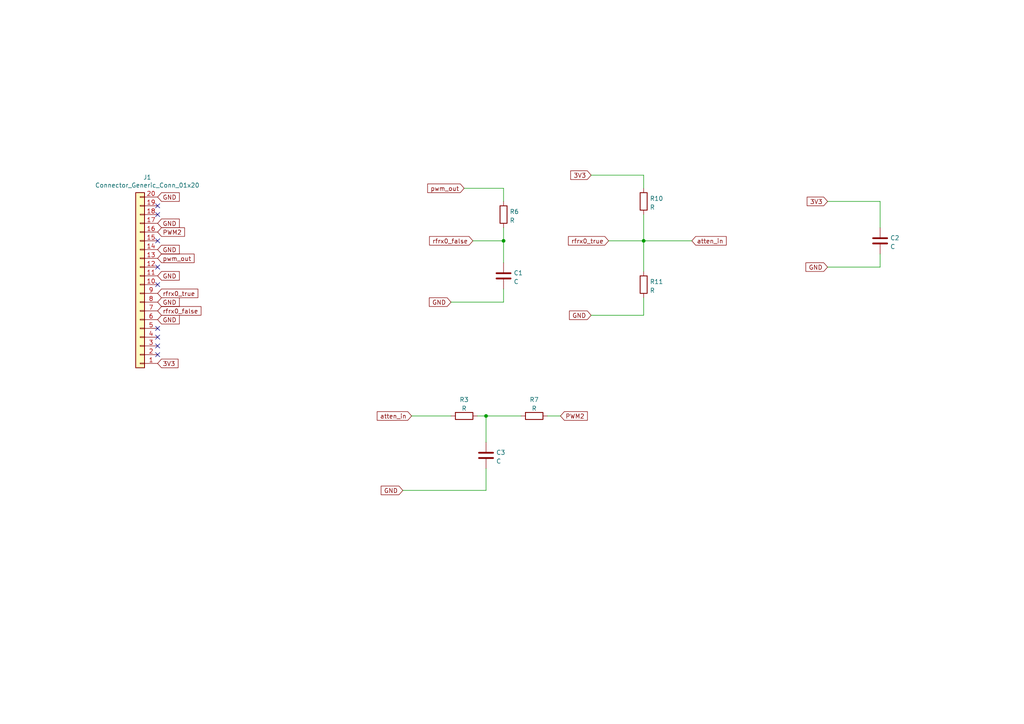
<source format=kicad_sch>
(kicad_sch (version 20211123) (generator eeschema)
  (paper "A4")
  (lib_symbols
    (symbol "Device:C" (pin_numbers hide) (pin_names (offset 0.254))
      (property "Reference" "C" (at 0.635 2.54 0))
      (property "Value" "C" (at 0.635 -2.54 0))
      (symbol "C_0_1"
        (polyline (pts (xy -2.032 -0.762) (xy 2.032 -0.762)) (stroke (width 0.508)))
        (polyline (pts (xy -2.032 0.762) (xy 2.032 0.762)) (stroke (width 0.508)))
      )
      (symbol "C_1_1"
        (pin passive line (at 0 3.81 270) (length 2.794) (name "~") (number "1"))
        (pin passive line (at 0 -3.81 90) (length 2.794) (name "~") (number "2"))
      )
    )
    (symbol "Device:R" (pin_numbers hide) (pin_names (offset 0))
      (property "Reference" "R" (at 2.032 0 90))
      (property "Value" "R" (at 0 0 90))
      (symbol "R_0_1"
        (rectangle (start -1.016 -2.54) (end 1.016 2.54) (stroke (width 0.254)))
      )
      (symbol "R_1_1"
        (pin passive line (at 0 3.81 270) (length 1.27) (name "~") (number "1"))
        (pin passive line (at 0 -3.81 90) (length 1.27) (name "~") (number "2"))
      )
    )
    (symbol "bgt:Connector_Generic_Conn_01x20" (pin_names (offset 1.016) hide)
      (property "Reference" "J" (at 0 25.4 0))
      (property "Value" "bgt_Connector_Generic_Conn_01x20" (at 0 -27.94 0))
      (symbol "Connector_Generic_Conn_01x20_1_1"
        (rectangle (start -1.27 -25.273) (end 0 -25.527) (stroke (width 0.1524)))
        (rectangle (start -1.27 -22.733) (end 0 -22.987) (stroke (width 0.1524)))
        (rectangle (start -1.27 -20.193) (end 0 -20.447) (stroke (width 0.1524)))
        (rectangle (start -1.27 -17.653) (end 0 -17.907) (stroke (width 0.1524)))
        (rectangle (start -1.27 -15.113) (end 0 -15.367) (stroke (width 0.1524)))
        (rectangle (start -1.27 -12.573) (end 0 -12.827) (stroke (width 0.1524)))
        (rectangle (start -1.27 -10.033) (end 0 -10.287) (stroke (width 0.1524)))
        (rectangle (start -1.27 -7.493) (end 0 -7.747) (stroke (width 0.1524)))
        (rectangle (start -1.27 -4.953) (end 0 -5.207) (stroke (width 0.1524)))
        (rectangle (start -1.27 -2.413) (end 0 -2.667) (stroke (width 0.1524)))
        (rectangle (start -1.27 0.127) (end 0 -0.127) (stroke (width 0.1524)))
        (rectangle (start -1.27 2.667) (end 0 2.413) (stroke (width 0.1524)))
        (rectangle (start -1.27 5.207) (end 0 4.953) (stroke (width 0.1524)))
        (rectangle (start -1.27 7.747) (end 0 7.493) (stroke (width 0.1524)))
        (rectangle (start -1.27 10.287) (end 0 10.033) (stroke (width 0.1524)))
        (rectangle (start -1.27 12.827) (end 0 12.573) (stroke (width 0.1524)))
        (rectangle (start -1.27 15.367) (end 0 15.113) (stroke (width 0.1524)))
        (rectangle (start -1.27 17.907) (end 0 17.653) (stroke (width 0.1524)))
        (rectangle (start -1.27 20.447) (end 0 20.193) (stroke (width 0.1524)))
        (rectangle (start -1.27 22.987) (end 0 22.733) (stroke (width 0.1524)))
        (rectangle (start -1.27 24.13) (end 1.27 -26.67) (stroke (width 0.254)) (fill (type background)))
        (pin passive line (at -5.08 22.86 0) (length 3.81) (name "Pin_1") (number "1"))
        (pin passive line (at -5.08 0 0) (length 3.81) (name "Pin_10") (number "10"))
        (pin passive line (at -5.08 -2.54 0) (length 3.81) (name "Pin_11") (number "11"))
        (pin passive line (at -5.08 -5.08 0) (length 3.81) (name "Pin_12") (number "12"))
        (pin passive line (at -5.08 -7.62 0) (length 3.81) (name "Pin_13") (number "13"))
        (pin passive line (at -5.08 -10.16 0) (length 3.81) (name "Pin_14") (number "14"))
        (pin passive line (at -5.08 -12.7 0) (length 3.81) (name "Pin_15") (number "15"))
        (pin passive line (at -5.08 -15.24 0) (length 3.81) (name "Pin_16") (number "16"))
        (pin passive line (at -5.08 -17.78 0) (length 3.81) (name "Pin_17") (number "17"))
        (pin passive line (at -5.08 -20.32 0) (length 3.81) (name "Pin_18") (number "18"))
        (pin passive line (at -5.08 -22.86 0) (length 3.81) (name "Pin_19") (number "19"))
        (pin passive line (at -5.08 20.32 0) (length 3.81) (name "Pin_2") (number "2"))
        (pin passive line (at -5.08 -25.4 0) (length 3.81) (name "Pin_20") (number "20"))
        (pin passive line (at -5.08 17.78 0) (length 3.81) (name "Pin_3") (number "3"))
        (pin passive line (at -5.08 15.24 0) (length 3.81) (name "Pin_4") (number "4"))
        (pin passive line (at -5.08 12.7 0) (length 3.81) (name "Pin_5") (number "5"))
        (pin passive line (at -5.08 10.16 0) (length 3.81) (name "Pin_6") (number "6"))
        (pin passive line (at -5.08 7.62 0) (length 3.81) (name "Pin_7") (number "7"))
        (pin passive line (at -5.08 5.08 0) (length 3.81) (name "Pin_8") (number "8"))
        (pin passive line (at -5.08 2.54 0) (length 3.81) (name "Pin_9") (number "9"))
      )
    )
  )
  (junction (at 140.97 120.65))
  (junction (at 186.69 69.85))
  (junction (at 146.05 69.85))
  (no_connect (at 45.72 95.25))
  (no_connect (at 45.72 102.87))
  (no_connect (at 45.72 77.47))
  (no_connect (at 45.72 82.55))
  (no_connect (at 45.72 69.85))
  (no_connect (at 45.72 97.79))
  (no_connect (at 45.72 100.33))
  (no_connect (at 45.72 62.23))
  (no_connect (at 45.72 59.69))
  (wire (pts (xy 186.69 69.85) (xy 186.69 78.74)))
  (wire (pts (xy 240.03 58.42) (xy 255.27 58.42)))
  (wire (pts (xy 146.05 66.04) (xy 146.05 69.85)))
  (wire (pts (xy 255.27 77.47) (xy 255.27 73.66)))
  (wire (pts (xy 146.05 69.85) (xy 146.05 76.2)))
  (wire (pts (xy 146.05 54.61) (xy 146.05 58.42)))
  (wire (pts (xy 140.97 135.89) (xy 140.97 142.24)))
  (wire (pts (xy 140.97 120.65) (xy 140.97 128.27)))
  (wire (pts (xy 158.75 120.65) (xy 162.56 120.65)))
  (wire (pts (xy 134.62 54.61) (xy 146.05 54.61)))
  (wire (pts (xy 146.05 87.63) (xy 146.05 83.82)))
  (wire (pts (xy 138.43 120.65) (xy 140.97 120.65)))
  (wire (pts (xy 137.16 69.85) (xy 146.05 69.85)))
  (wire (pts (xy 186.69 62.23) (xy 186.69 69.85)))
  (wire (pts (xy 119.38 120.65) (xy 130.81 120.65)))
  (wire (pts (xy 186.69 91.44) (xy 186.69 86.36)))
  (wire (pts (xy 186.69 50.8) (xy 186.69 54.61)))
  (wire (pts (xy 171.45 50.8) (xy 186.69 50.8)))
  (wire (pts (xy 255.27 58.42) (xy 255.27 66.04)))
  (wire (pts (xy 240.03 77.47) (xy 255.27 77.47)))
  (wire (pts (xy 116.84 142.24) (xy 140.97 142.24)))
  (wire (pts (xy 186.69 69.85) (xy 200.66 69.85)))
  (wire (pts (xy 140.97 120.65) (xy 151.13 120.65)))
  (wire (pts (xy 130.81 87.63) (xy 146.05 87.63)))
  (wire (pts (xy 171.45 91.44) (xy 186.69 91.44)))
  (wire (pts (xy 176.53 69.85) (xy 186.69 69.85)))
  (global_label "pwm_out" (shape input) (at 45.72 74.93 0) (property "Intersheet References" "${INTERSHEET_REFS}" (effects hide)))
  (global_label "PWM2" (shape input) (at 162.56 120.65 0) (property "Intersheet References" "${INTERSHEET_REFS}" (effects hide)))
  (global_label "GND" (shape input) (at 130.81 87.63 180) (property "Intersheet References" "${INTERSHEET_REFS}" (effects hide)))
  (global_label "GND" (shape input) (at 45.72 64.77 0) (property "Intersheet References" "${INTERSHEET_REFS}" (effects hide)))
  (global_label "3V3" (shape input) (at 240.03 58.42 180) (property "Intersheet References" "${INTERSHEET_REFS}" (effects hide)))
  (global_label "GND" (shape input) (at 45.72 80.01 0) (property "Intersheet References" "${INTERSHEET_REFS}" (effects hide)))
  (global_label "3V3" (shape input) (at 171.45 50.8 180) (property "Intersheet References" "${INTERSHEET_REFS}" (effects hide)))
  (global_label "GND" (shape input) (at 45.72 57.15 0) (property "Intersheet References" "${INTERSHEET_REFS}" (effects hide)))
  (global_label "GND" (shape input) (at 45.72 72.39 0) (property "Intersheet References" "${INTERSHEET_REFS}" (effects hide)))
  (global_label "3V3" (shape input) (at 45.72 105.41 0) (property "Intersheet References" "${INTERSHEET_REFS}" (effects hide)))
  (global_label "GND" (shape input) (at 240.03 77.47 180) (property "Intersheet References" "${INTERSHEET_REFS}" (effects hide)))
  (global_label "atten_in" (shape input) (at 200.66 69.85 0) (property "Intersheet References" "${INTERSHEET_REFS}" (effects hide)))
  (global_label "atten_in" (shape input) (at 119.38 120.65 180) (property "Intersheet References" "${INTERSHEET_REFS}" (effects hide)))
  (global_label "rfrx0_true" (shape input) (at 45.72 85.09 0) (property "Intersheet References" "${INTERSHEET_REFS}" (effects hide)))
  (global_label "rfrx0_true" (shape input) (at 176.53 69.85 180) (property "Intersheet References" "${INTERSHEET_REFS}" (effects hide)))
  (global_label "PWM2" (shape input) (at 45.72 67.31 0) (property "Intersheet References" "${INTERSHEET_REFS}" (effects hide)))
  (global_label "rfrx0_false" (shape input) (at 45.72 90.17 0) (property "Intersheet References" "${INTERSHEET_REFS}" (effects hide)))
  (global_label "rfrx0_false" (shape input) (at 137.16 69.85 180) (property "Intersheet References" "${INTERSHEET_REFS}" (effects hide)))
  (global_label "pwm_out" (shape input) (at 134.62 54.61 180) (property "Intersheet References" "${INTERSHEET_REFS}" (effects hide)))
  (global_label "GND" (shape input) (at 45.72 87.63 0) (property "Intersheet References" "${INTERSHEET_REFS}" (effects hide)))
  (global_label "GND" (shape input) (at 171.45 91.44 180) (property "Intersheet References" "${INTERSHEET_REFS}" (effects hide)))
  (global_label "GND" (shape input) (at 116.84 142.24 180) (property "Intersheet References" "${INTERSHEET_REFS}" (effects hide)))
  (global_label "GND" (shape input) (at 45.72 92.71 0) (property "Intersheet References" "${INTERSHEET_REFS}" (effects hide)))
  (symbol (lib_id "bgt:Connector_Generic_Conn_01x20") (at 40.64 82.55 180) (unit 1)
    (property "Reference" "J1" (at 42.7228 51.435 0))
    (property "Value" "Connector_Generic_Conn_01x20" (at 42.7228 53.7464 0))
    (property "Footprint" "Connector_PinHeader_2.54mm:PinHeader_1x20_P2.54mm_Vertical" (effects hide))
  )
  (symbol (lib_id "Device:R") (at 186.69 82.55 0) (unit 1)
    (property "Reference" "R11" (at 188.468 81.7153 0) (effects (justify left)))
    (property "Value" "R" (at 188.468 84.2522 0) (effects (justify left)))
    (property "Footprint" "Resistor_THT:R_Axial_DIN0309_L9.0mm_D3.2mm_P12.70mm_Horizontal" (effects hide))
  )
  (symbol (lib_id "Device:R") (at 134.62 120.65 90) (unit 1)
    (property "Reference" "R3" (at 134.62 115.9342 90))
    (property "Value" "R" (at 134.62 118.4711 90))
    (property "Footprint" "Connector_PinSocket_2.54mm:PinSocket_1x02_P2.54mm_Vertical" (effects hide))
  )
  (symbol (lib_id "Device:C") (at 146.05 80.01 0) (unit 1)
    (property "Reference" "C1" (at 148.971 79.1753 0) (effects (justify left)))
    (property "Value" "C" (at 148.971 81.7122 0) (effects (justify left)))
    (property "Footprint" "Capacitor_THT:C_Axial_L3.8mm_D2.6mm_P7.50mm_Horizontal" (effects hide))
  )
  (symbol (lib_id "Device:C") (at 255.27 69.85 0) (unit 1)
    (property "Reference" "C2" (at 258.191 69.0153 0) (effects (justify left)))
    (property "Value" "C" (at 258.191 71.5522 0) (effects (justify left)))
    (property "Footprint" "Capacitor_THT:C_Axial_L3.8mm_D2.6mm_P7.50mm_Horizontal" (effects hide))
  )
  (symbol (lib_id "Device:R") (at 186.69 58.42 0) (unit 1)
    (property "Reference" "R10" (at 188.468 57.5853 0) (effects (justify left)))
    (property "Value" "R" (at 188.468 60.1222 0) (effects (justify left)))
    (property "Footprint" "Resistor_THT:R_Axial_DIN0309_L9.0mm_D3.2mm_P12.70mm_Horizontal" (effects hide))
  )
  (symbol (lib_id "Device:R") (at 154.94 120.65 90) (unit 1)
    (property "Reference" "R7" (at 154.94 115.9342 90))
    (property "Value" "R" (at 154.94 118.4711 90))
    (property "Footprint" "Connector_PinSocket_2.54mm:PinSocket_1x02_P2.54mm_Vertical" (effects hide))
  )
  (symbol (lib_id "Device:R") (at 146.05 62.23 0) (unit 1)
    (property "Reference" "R6" (at 147.828 61.3953 0) (effects (justify left)))
    (property "Value" "R" (at 147.828 63.9322 0) (effects (justify left)))
    (property "Footprint" "Resistor_THT:R_Axial_DIN0309_L9.0mm_D3.2mm_P12.70mm_Horizontal" (effects hide))
  )
  (symbol (lib_id "Device:C") (at 140.97 132.08 0) (unit 1)
    (property "Reference" "C3" (at 143.891 131.2453 0) (effects (justify left)))
    (property "Value" "C" (at 143.891 133.7822 0) (effects (justify left)))
    (property "Footprint" "Connector_PinSocket_2.54mm:PinSocket_1x02_P2.54mm_Vertical" (effects hide))
  )
)
</source>
